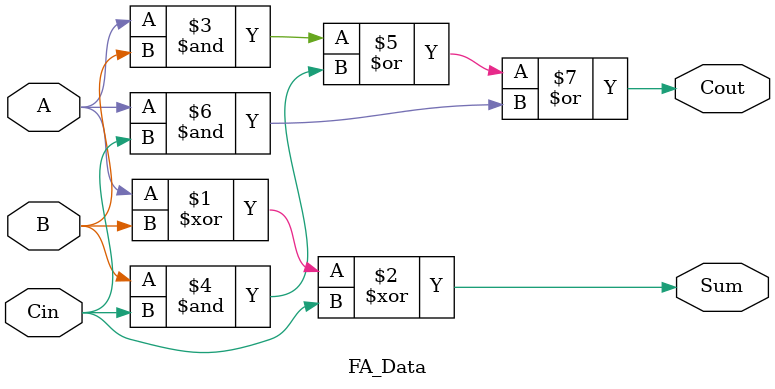
<source format=v>
`timescale 1ns / 1ps


module FA_Data(
    input A,
    input B,
    input Cin,
    output Sum,
    output Cout
    );

    assign Sum = A ^ B ^ Cin;
    assign Cout = (A & B) | (B & Cin) | (A & Cin); 

endmodule

</source>
